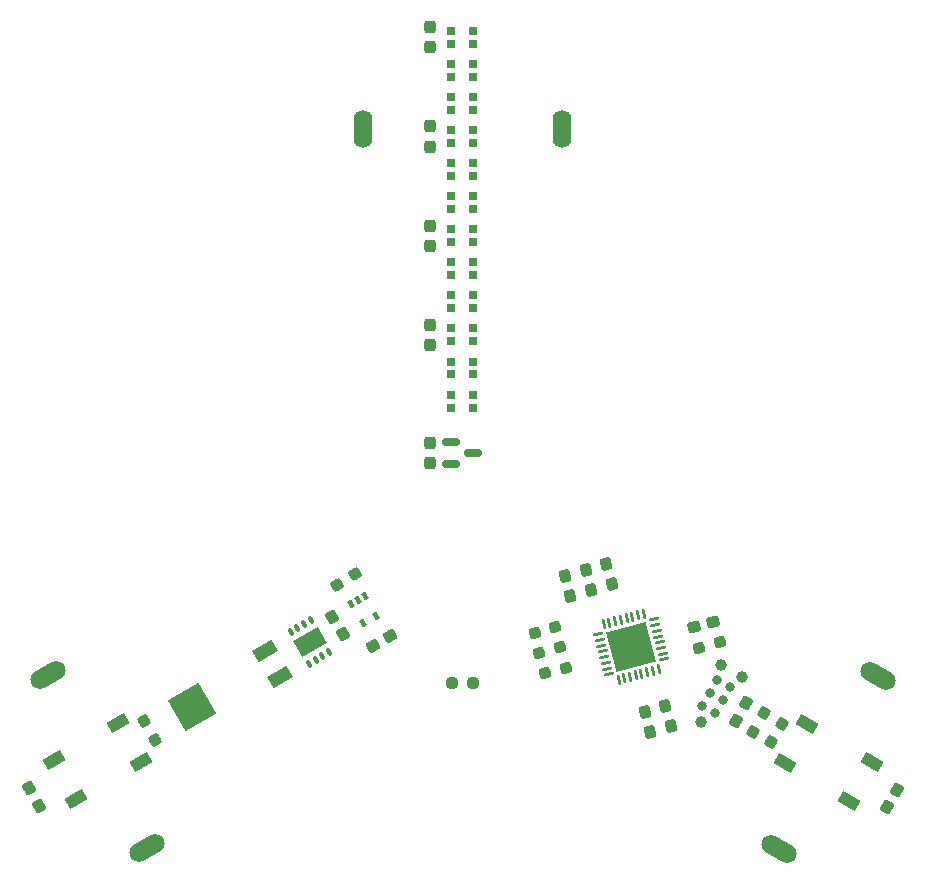
<source format=gbr>
%TF.GenerationSoftware,KiCad,Pcbnew,(7.0.0)*%
%TF.CreationDate,2023-05-06T08:33:59+03:00*%
%TF.ProjectId,LEDSpinner,4c454453-7069-46e6-9e65-722e6b696361,1.0*%
%TF.SameCoordinates,Original*%
%TF.FileFunction,Soldermask,Top*%
%TF.FilePolarity,Negative*%
%FSLAX46Y46*%
G04 Gerber Fmt 4.6, Leading zero omitted, Abs format (unit mm)*
G04 Created by KiCad (PCBNEW (7.0.0)) date 2023-05-06 08:33:59*
%MOMM*%
%LPD*%
G01*
G04 APERTURE LIST*
G04 Aperture macros list*
%AMRoundRect*
0 Rectangle with rounded corners*
0 $1 Rounding radius*
0 $2 $3 $4 $5 $6 $7 $8 $9 X,Y pos of 4 corners*
0 Add a 4 corners polygon primitive as box body*
4,1,4,$2,$3,$4,$5,$6,$7,$8,$9,$2,$3,0*
0 Add four circle primitives for the rounded corners*
1,1,$1+$1,$2,$3*
1,1,$1+$1,$4,$5*
1,1,$1+$1,$6,$7*
1,1,$1+$1,$8,$9*
0 Add four rect primitives between the rounded corners*
20,1,$1+$1,$2,$3,$4,$5,0*
20,1,$1+$1,$4,$5,$6,$7,0*
20,1,$1+$1,$6,$7,$8,$9,0*
20,1,$1+$1,$8,$9,$2,$3,0*%
%AMHorizOval*
0 Thick line with rounded ends*
0 $1 width*
0 $2 $3 position (X,Y) of the first rounded end (center of the circle)*
0 $4 $5 position (X,Y) of the second rounded end (center of the circle)*
0 Add line between two ends*
20,1,$1,$2,$3,$4,$5,0*
0 Add two circle primitives to create the rounded ends*
1,1,$1,$2,$3*
1,1,$1,$4,$5*%
%AMRotRect*
0 Rectangle, with rotation*
0 The origin of the aperture is its center*
0 $1 length*
0 $2 width*
0 $3 Rotation angle, in degrees counterclockwise*
0 Add horizontal line*
21,1,$1,$2,0,0,$3*%
G04 Aperture macros list end*
%ADD10R,0.700000X0.700000*%
%ADD11RoundRect,0.237500X0.250000X0.237500X-0.250000X0.237500X-0.250000X-0.237500X0.250000X-0.237500X0*%
%ADD12RotRect,1.700000X1.000000X330.000000*%
%ADD13RotRect,3.000000X3.000000X300.000000*%
%ADD14RoundRect,0.237500X0.355681X-0.141058X0.055681X0.378558X-0.355681X0.141058X-0.055681X-0.378558X0*%
%ADD15RoundRect,0.237500X-0.330681X0.097756X-0.080681X-0.335256X0.330681X-0.097756X0.080681X0.335256X0*%
%ADD16RoundRect,0.237500X-0.237500X0.300000X-0.237500X-0.300000X0.237500X-0.300000X0.237500X0.300000X0*%
%ADD17RoundRect,0.237500X-0.080681X0.335256X-0.330681X-0.097756X0.080681X-0.335256X0.330681X0.097756X0*%
%ADD18RoundRect,0.237500X0.180012X0.294112X-0.302951X0.164703X-0.180012X-0.294112X0.302951X-0.164703X0*%
%ADD19RoundRect,0.237500X0.307053X-0.228308X0.151762X0.351247X-0.307053X0.228308X-0.151762X-0.351247X0*%
%ADD20C,1.000000*%
%ADD21C,0.800000*%
%ADD22RoundRect,0.237500X0.237500X-0.300000X0.237500X0.300000X-0.237500X0.300000X-0.237500X-0.300000X0*%
%ADD23RotRect,1.100000X1.900000X120.000000*%
%ADD24RotRect,0.650000X0.350000X120.000000*%
%ADD25RotRect,1.550000X2.400000X120.000000*%
%ADD26RoundRect,0.237500X-0.097756X-0.330681X0.335256X-0.080681X0.097756X0.330681X-0.335256X0.080681X0*%
%ADD27RoundRect,0.150000X-0.587500X-0.150000X0.587500X-0.150000X0.587500X0.150000X-0.587500X0.150000X0*%
%ADD28RotRect,0.650000X0.400000X300.000000*%
%ADD29RoundRect,0.062500X-0.157428X0.346046X0.036687X-0.378398X0.157428X-0.346046X-0.036687X0.378398X0*%
%ADD30RoundRect,0.062500X-0.378398X-0.036687X-0.346046X-0.157428X0.378398X0.036687X0.346046X0.157428X0*%
%ADD31RotRect,3.450000X3.450000X285.000000*%
%ADD32RoundRect,0.237500X-0.141058X-0.355681X0.378558X-0.055681X0.141058X0.355681X-0.378558X0.055681X0*%
%ADD33RoundRect,0.237500X0.228308X0.307053X-0.351247X0.151762X-0.228308X-0.307053X0.351247X-0.151762X0*%
%ADD34RotRect,1.700000X1.000000X210.000000*%
%ADD35RoundRect,0.237500X0.055681X-0.378558X0.355681X0.141058X-0.055681X0.378558X-0.355681X-0.141058X0*%
%ADD36RoundRect,0.237500X-0.303818X0.216234X-0.154997X-0.339173X0.303818X-0.216234X0.154997X0.339173X0*%
%ADD37RoundRect,0.237500X0.080681X-0.335256X0.330681X0.097756X-0.080681X0.335256X-0.330681X-0.097756X0*%
%ADD38RoundRect,0.237500X-0.055681X0.378558X-0.355681X-0.141058X0.055681X-0.378558X0.355681X0.141058X0*%
%ADD39HorizOval,1.600000X-0.692820X0.400000X0.692820X-0.400000X0*%
%ADD40O,1.600000X3.200000*%
%ADD41HorizOval,1.600000X0.692820X0.400000X-0.692820X-0.400000X0*%
G04 APERTURE END LIST*
D10*
%TO.C,D6*%
X100914999Y-71049999D03*
X100914999Y-69949999D03*
X99084999Y-69949999D03*
X99084999Y-71049999D03*
%TD*%
D11*
%TO.C,R6*%
X100912500Y-111200000D03*
X99087500Y-111200000D03*
%TD*%
D12*
%TO.C,SW2*%
X129222019Y-114679551D03*
X134677979Y-117829551D03*
X127322019Y-117970447D03*
X132777979Y-121120447D03*
%TD*%
D10*
%TO.C,D9*%
X100914999Y-79449999D03*
X100914999Y-78349999D03*
X99084999Y-78349999D03*
X99084999Y-79449999D03*
%TD*%
D13*
%TO.C,GND*%
X77149999Y-113199999D03*
%TD*%
D14*
%TO.C,C7*%
X64181250Y-121546947D03*
X63318750Y-120053053D03*
%TD*%
D10*
%TO.C,D3*%
X100914999Y-62649999D03*
X100914999Y-61549999D03*
X99084999Y-61549999D03*
X99084999Y-62649999D03*
%TD*%
D15*
%TO.C,R2*%
X73043750Y-114409752D03*
X73956250Y-115990248D03*
%TD*%
D10*
%TO.C,D7*%
X100914999Y-73849999D03*
X100914999Y-72749999D03*
X99084999Y-72749999D03*
X99084999Y-73849999D03*
%TD*%
%TO.C,D5*%
X100914999Y-68249999D03*
X100914999Y-67149999D03*
X99084999Y-67149999D03*
X99084999Y-68249999D03*
%TD*%
%TO.C,D1*%
X100914999Y-57049999D03*
X100914999Y-55949999D03*
X99084999Y-55949999D03*
X99084999Y-57049999D03*
%TD*%
D16*
%TO.C,C12*%
X97300000Y-55637500D03*
X97300000Y-57362500D03*
%TD*%
D17*
%TO.C,R4*%
X125556250Y-113709752D03*
X124643750Y-115290248D03*
%TD*%
D18*
%TO.C,R7*%
X108781407Y-109863828D03*
X107018593Y-110336172D03*
%TD*%
D19*
%TO.C,C4*%
X117631688Y-114785469D03*
X117185226Y-113119247D03*
%TD*%
D20*
%TO.C,J1*%
X120236266Y-114512057D03*
X121896384Y-109604648D03*
X123656148Y-110620648D03*
D21*
X121412532Y-113724705D03*
X120330000Y-113099705D03*
X122047532Y-112624852D03*
X120965000Y-111999852D03*
X122682532Y-111525000D03*
X121600000Y-110900000D03*
%TD*%
D19*
%TO.C,C3*%
X110905221Y-103285469D03*
X110458759Y-101619247D03*
%TD*%
D18*
%TO.C,R1*%
X121789864Y-107716186D03*
X120027050Y-108188530D03*
%TD*%
D22*
%TO.C,C17*%
X97300000Y-92562500D03*
X97300000Y-90837500D03*
%TD*%
D23*
%TO.C,Y1*%
X84562499Y-110632531D03*
X83312499Y-108467467D03*
%TD*%
D10*
%TO.C,D11*%
X100914999Y-85049999D03*
X100914999Y-83949999D03*
X99084999Y-83949999D03*
X99084999Y-85049999D03*
%TD*%
D19*
%TO.C,C5*%
X115881688Y-115285469D03*
X115435226Y-113619247D03*
%TD*%
D10*
%TO.C,D12*%
X100914999Y-87849999D03*
X100914999Y-86749999D03*
X99084999Y-86749999D03*
X99084999Y-87849999D03*
%TD*%
D24*
%TO.C,U2*%
X87030624Y-109529838D03*
X87593541Y-109204838D03*
X88156457Y-108879838D03*
X88719374Y-108554838D03*
X87169374Y-105870160D03*
X86606457Y-106195160D03*
X86043541Y-106520160D03*
X85480624Y-106845160D03*
D25*
X87099999Y-107699999D03*
%TD*%
D26*
%TO.C,R9*%
X89366210Y-102836089D03*
X90946706Y-101923589D03*
%TD*%
D14*
%TO.C,C13*%
X89868750Y-107046947D03*
X89006250Y-105553053D03*
%TD*%
D10*
%TO.C,D8*%
X100914999Y-76649999D03*
X100914999Y-75549999D03*
X99084999Y-75549999D03*
X99084999Y-76649999D03*
%TD*%
D18*
%TO.C,R5*%
X107881407Y-106463828D03*
X106118593Y-106936172D03*
%TD*%
D16*
%TO.C,C11*%
X97300000Y-64037500D03*
X97300000Y-65762500D03*
%TD*%
D10*
%TO.C,D4*%
X100914999Y-65449999D03*
X100914999Y-64349999D03*
X99084999Y-64349999D03*
X99084999Y-65449999D03*
%TD*%
%TO.C,D2*%
X100914999Y-59849999D03*
X100914999Y-58749999D03*
X99084999Y-58749999D03*
X99084999Y-59849999D03*
%TD*%
D19*
%TO.C,C2*%
X109155221Y-103785469D03*
X108708759Y-102119247D03*
%TD*%
D16*
%TO.C,C9*%
X97300000Y-80837500D03*
X97300000Y-82562500D03*
%TD*%
D27*
%TO.C,U4*%
X99062500Y-90750000D03*
X99062500Y-92650000D03*
X100937500Y-91700000D03*
%TD*%
D28*
%TO.C,U3*%
X91744374Y-103832114D03*
X91181457Y-104157114D03*
X90618540Y-104482114D03*
X91568540Y-106127562D03*
X92694374Y-105477562D03*
%TD*%
D29*
%TO.C,U1*%
X115357141Y-105303437D03*
X114874178Y-105432847D03*
X114391215Y-105562257D03*
X113908252Y-105691666D03*
X113425289Y-105821076D03*
X112942326Y-105950485D03*
X112459363Y-106079895D03*
X111976400Y-106209304D03*
D30*
X111490264Y-107051316D03*
X111619674Y-107534279D03*
X111749084Y-108017242D03*
X111878493Y-108500205D03*
X112007903Y-108983168D03*
X112137312Y-109466131D03*
X112266722Y-109949094D03*
X112396131Y-110432057D03*
D29*
X113238143Y-110918193D03*
X113721106Y-110788783D03*
X114204069Y-110659373D03*
X114687032Y-110529964D03*
X115169995Y-110400554D03*
X115652958Y-110271145D03*
X116135921Y-110141735D03*
X116618884Y-110012326D03*
D30*
X117105020Y-109170314D03*
X116975610Y-108687351D03*
X116846200Y-108204388D03*
X116716791Y-107721425D03*
X116587381Y-107238462D03*
X116457972Y-106755499D03*
X116328562Y-106272536D03*
X116199153Y-105789573D03*
D31*
X114297641Y-108110814D03*
%TD*%
D18*
%TO.C,R8*%
X108281407Y-108163828D03*
X106518593Y-108636172D03*
%TD*%
D32*
%TO.C,C14*%
X92409511Y-108011089D03*
X93903405Y-107148589D03*
%TD*%
D33*
%TO.C,C6*%
X121241568Y-105979127D03*
X119575346Y-106425589D03*
%TD*%
D34*
%TO.C,SW1*%
X72777979Y-117870447D03*
X67322019Y-121020447D03*
X70877979Y-114579551D03*
X65422019Y-117729551D03*
%TD*%
D16*
%TO.C,C10*%
X97300000Y-72437500D03*
X97300000Y-74162500D03*
%TD*%
D35*
%TO.C,C1*%
X123168750Y-114346947D03*
X124031250Y-112853053D03*
%TD*%
D36*
%TO.C,FB1*%
X112205523Y-101107173D03*
X112658457Y-102797543D03*
%TD*%
D10*
%TO.C,D10*%
X100914999Y-82249999D03*
X100914999Y-81149999D03*
X99084999Y-81149999D03*
X99084999Y-82249999D03*
%TD*%
D37*
%TO.C,R3*%
X126143750Y-116190248D03*
X127056250Y-114609752D03*
%TD*%
D38*
%TO.C,C8*%
X136781250Y-120203053D03*
X135918750Y-121696947D03*
%TD*%
D39*
%TO.C,BT3*%
X135217499Y-110595075D03*
X126782499Y-125204923D03*
%TD*%
D40*
%TO.C,BT1*%
X91564999Y-64299999D03*
X108434999Y-64299999D03*
%TD*%
D41*
%TO.C,BT2*%
X73317499Y-125104923D03*
X64882499Y-110495075D03*
%TD*%
M02*

</source>
